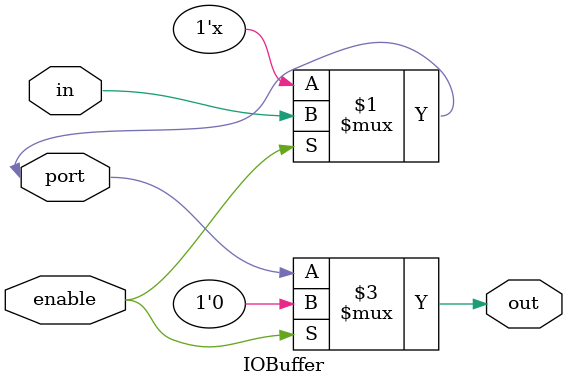
<source format=sv>
module IOBuffer(in, out, enable, port);
	input in, enable;
	output out;
	inout port;
	
	assign port = enable ? in : 1'bz;
	assign out = ~enable ? port : 1'b0;

endmodule
</source>
